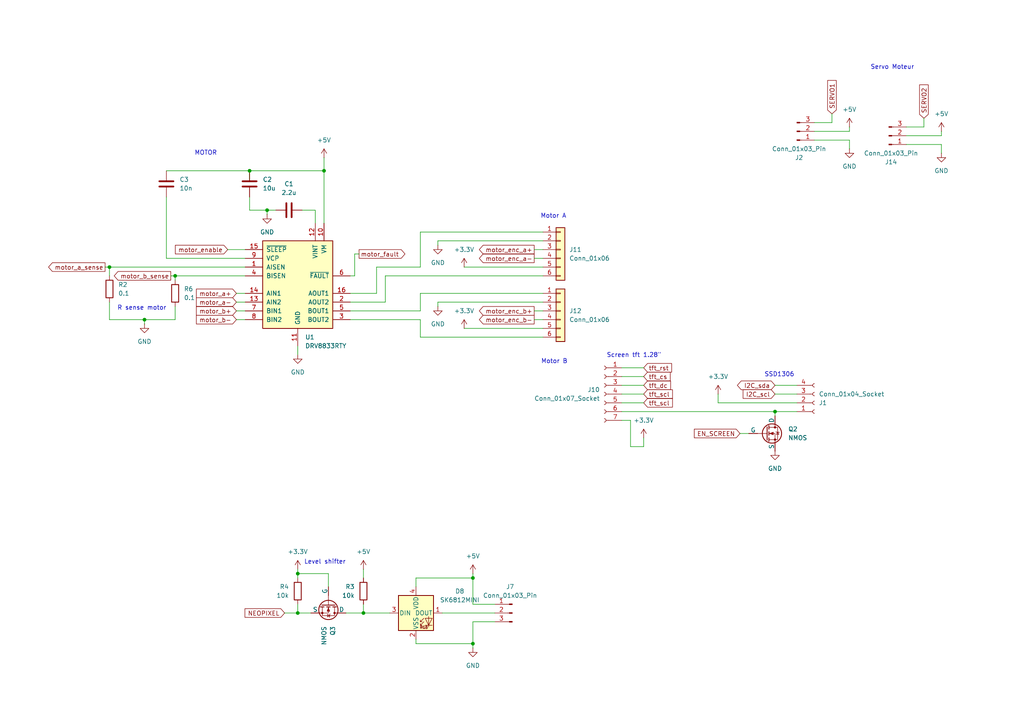
<source format=kicad_sch>
(kicad_sch (version 20250114) (generator "eeschema") (generator_version "9.0")
  (paper "A4")
  (lib_symbols
    (symbol "Connector:Conn_01x03_Pin" (pin_names (offset 1.016) (hide yes))
      (property "Reference" "J" (at 0 5.08 0))
      (property "Value" "Conn_01x03_Pin" (at 0 -5.08 0))
      (symbol "Conn_01x03_Pin_1_1"
        (rectangle (start 0.8636 2.667) (end 0 2.413) (stroke (width 0.1524)) (fill (type outline)))
        (rectangle (start 0.8636 0.127) (end 0 -0.127) (stroke (width 0.1524)) (fill (type outline)))
        (rectangle (start 0.8636 -2.413) (end 0 -2.667) (stroke (width 0.1524)) (fill (type outline)))
        (polyline (pts (xy 1.27 2.54) (xy 0.8636 2.54)) (stroke (width 0.1524)))
        (polyline (pts (xy 1.27 0) (xy 0.8636 0)) (stroke (width 0.1524)))
        (polyline (pts (xy 1.27 -2.54) (xy 0.8636 -2.54)) (stroke (width 0.1524)))
        (pin passive line (at 5.08 2.54 180) (length 3.81) (name "Pin_1") (number "1"))
        (pin passive line (at 5.08 0 180) (length 3.81) (name "Pin_2") (number "2"))
        (pin passive line (at 5.08 -2.54 180) (length 3.81) (name "Pin_3") (number "3"))
      )
    )
    (symbol "Connector:Conn_01x04_Socket" (pin_names (offset 1.016) (hide yes))
      (property "Reference" "J" (at 0 5.08 0))
      (property "Value" "Conn_01x04_Socket" (at 0 -7.62 0))
      (symbol "Conn_01x04_Socket_1_1"
        (polyline (pts (xy -1.27 2.54) (xy -0.508 2.54)) (stroke (width 0.1524)))
        (polyline (pts (xy -1.27 0) (xy -0.508 0)) (stroke (width 0.1524)))
        (polyline (pts (xy -1.27 -2.54) (xy -0.508 -2.54)) (stroke (width 0.1524)))
        (polyline (pts (xy -1.27 -5.08) (xy -0.508 -5.08)) (stroke (width 0.1524)))
        (arc (start 0 2.032) (mid -0.5058 2.54) (end 0 3.048) (stroke (width 0.1524)))
        (arc (start 0 -0.508) (mid -0.5058 0) (end 0 0.508) (stroke (width 0.1524)))
        (arc (start 0 -3.048) (mid -0.5058 -2.54) (end 0 -2.032) (stroke (width 0.1524)))
        (arc (start 0 -5.588) (mid -0.5058 -5.08) (end 0 -4.572) (stroke (width 0.1524)))
        (pin passive line (at -5.08 2.54 0) (length 3.81) (name "Pin_1") (number "1"))
        (pin passive line (at -5.08 0 0) (length 3.81) (name "Pin_2") (number "2"))
        (pin passive line (at -5.08 -2.54 0) (length 3.81) (name "Pin_3") (number "3"))
        (pin passive line (at -5.08 -5.08 0) (length 3.81) (name "Pin_4") (number "4"))
      )
    )
    (symbol "Connector:Conn_01x07_Socket" (pin_names (offset 1.016) (hide yes))
      (property "Reference" "J" (at 0 10.16 0))
      (property "Value" "Conn_01x07_Socket" (at 0 -10.16 0))
      (symbol "Conn_01x07_Socket_1_1"
        (polyline (pts (xy -1.27 7.62) (xy -0.508 7.62)) (stroke (width 0.1524)))
        (polyline (pts (xy -1.27 5.08) (xy -0.508 5.08)) (stroke (width 0.1524)))
        (polyline (pts (xy -1.27 2.54) (xy -0.508 2.54)) (stroke (width 0.1524)))
        (polyline (pts (xy -1.27 0) (xy -0.508 0)) (stroke (width 0.1524)))
        (polyline (pts (xy -1.27 -2.54) (xy -0.508 -2.54)) (stroke (width 0.1524)))
        (polyline (pts (xy -1.27 -5.08) (xy -0.508 -5.08)) (stroke (width 0.1524)))
        (polyline (pts (xy -1.27 -7.62) (xy -0.508 -7.62)) (stroke (width 0.1524)))
        (arc (start 0 7.112) (mid -0.5058 7.62) (end 0 8.128) (stroke (width 0.1524)))
        (arc (start 0 4.572) (mid -0.5058 5.08) (end 0 5.588) (stroke (width 0.1524)))
        (arc (start 0 2.032) (mid -0.5058 2.54) (end 0 3.048) (stroke (width 0.1524)))
        (arc (start 0 -0.508) (mid -0.5058 0) (end 0 0.508) (stroke (width 0.1524)))
        (arc (start 0 -3.048) (mid -0.5058 -2.54) (end 0 -2.032) (stroke (width 0.1524)))
        (arc (start 0 -5.588) (mid -0.5058 -5.08) (end 0 -4.572) (stroke (width 0.1524)))
        (arc (start 0 -8.128) (mid -0.5058 -7.62) (end 0 -7.112) (stroke (width 0.1524)))
        (pin passive line (at -5.08 7.62 0) (length 3.81) (name "Pin_1") (number "1"))
        (pin passive line (at -5.08 5.08 0) (length 3.81) (name "Pin_2") (number "2"))
        (pin passive line (at -5.08 2.54 0) (length 3.81) (name "Pin_3") (number "3"))
        (pin passive line (at -5.08 0 0) (length 3.81) (name "Pin_4") (number "4"))
        (pin passive line (at -5.08 -2.54 0) (length 3.81) (name "Pin_5") (number "5"))
        (pin passive line (at -5.08 -5.08 0) (length 3.81) (name "Pin_6") (number "6"))
        (pin passive line (at -5.08 -7.62 0) (length 3.81) (name "Pin_7") (number "7"))
      )
    )
    (symbol "Connector_Generic:Conn_01x06" (pin_names (offset 1.016) (hide yes))
      (property "Reference" "J" (at 0 7.62 0))
      (property "Value" "Conn_01x06" (at 0 -10.16 0))
      (symbol "Conn_01x06_1_1"
        (rectangle (start -1.27 6.35) (end 1.27 -8.89) (stroke (width 0.254)) (fill (type background)))
        (rectangle (start -1.27 5.207) (end 0 4.953) (stroke (width 0.1524)))
        (rectangle (start -1.27 2.667) (end 0 2.413) (stroke (width 0.1524)))
        (rectangle (start -1.27 0.127) (end 0 -0.127) (stroke (width 0.1524)))
        (rectangle (start -1.27 -2.413) (end 0 -2.667) (stroke (width 0.1524)))
        (rectangle (start -1.27 -4.953) (end 0 -5.207) (stroke (width 0.1524)))
        (rectangle (start -1.27 -7.493) (end 0 -7.747) (stroke (width 0.1524)))
        (pin passive line (at -5.08 5.08 0) (length 3.81) (name "Pin_1") (number "1"))
        (pin passive line (at -5.08 2.54 0) (length 3.81) (name "Pin_2") (number "2"))
        (pin passive line (at -5.08 0 0) (length 3.81) (name "Pin_3") (number "3"))
        (pin passive line (at -5.08 -2.54 0) (length 3.81) (name "Pin_4") (number "4"))
        (pin passive line (at -5.08 -5.08 0) (length 3.81) (name "Pin_5") (number "5"))
        (pin passive line (at -5.08 -7.62 0) (length 3.81) (name "Pin_6") (number "6"))
      )
    )
    (symbol "Device:C" (pin_numbers (hide yes)) (pin_names (offset 0.254))
      (property "Reference" "C" (at 0.635 2.54 0))
      (property "Value" "C" (at 0.635 -2.54 0))
      (symbol "C_0_1"
        (polyline (pts (xy -2.032 0.762) (xy 2.032 0.762)) (stroke (width 0.508)))
        (polyline (pts (xy -2.032 -0.762) (xy 2.032 -0.762)) (stroke (width 0.508)))
      )
      (symbol "C_1_1"
        (pin passive line (at 0 3.81 270) (length 2.794) (name "~") (number "1"))
        (pin passive line (at 0 -3.81 90) (length 2.794) (name "~") (number "2"))
      )
    )
    (symbol "Device:R" (pin_numbers (hide yes)) (pin_names (offset 0))
      (property "Reference" "R" (at 2.032 0 90))
      (property "Value" "R" (at 0 0 90))
      (symbol "R_0_1"
        (rectangle (start -1.016 -2.54) (end 1.016 2.54) (stroke (width 0.254)))
      )
      (symbol "R_1_1"
        (pin passive line (at 0 3.81 270) (length 1.27) (name "~") (number "1"))
        (pin passive line (at 0 -3.81 90) (length 1.27) (name "~") (number "2"))
      )
    )
    (symbol "Driver_Motor:DRV8833RTY" (pin_names (offset 1.016))
      (property "Reference" "U" (at -3.81 16.51 0))
      (property "Value" "DRV8833RTY" (at -3.81 13.97 0))
      (symbol "DRV8833RTY_0_1"
        (rectangle (start -10.16 12.7) (end 10.16 -12.7) (stroke (width 0.254)) (fill (type background)))
      )
      (symbol "DRV8833RTY_1_1"
        (pin input line (at -15.24 10.16 0) (length 5.08) (name "~{SLEEP}") (number "15"))
        (pin bidirectional line (at -15.24 7.62 0) (length 5.08) (name "VCP") (number "9"))
        (pin bidirectional line (at -15.24 5.08 0) (length 5.08) (name "AISEN") (number "1"))
        (pin bidirectional line (at -15.24 2.54 0) (length 5.08) (name "BISEN") (number "4"))
        (pin input line (at -15.24 -2.54 0) (length 5.08) (name "AIN1") (number "14"))
        (pin input line (at -15.24 -5.08 0) (length 5.08) (name "AIN2") (number "13"))
        (pin input line (at -15.24 -7.62 0) (length 5.08) (name "BIN1") (number "7"))
        (pin input line (at -15.24 -10.16 0) (length 5.08) (name "BIN2") (number "8"))
        (pin power_in line (at 0 -17.78 90) (length 5.08) (name "GND") (number "11"))
        (pin passive line (at 0 -17.78 90) (length 5.08) (hide yes) (name "GND") (number "17"))
        (pin power_in line (at 5.08 17.78 270) (length 5.08) (name "VINT") (number "12"))
        (pin power_in line (at 7.62 17.78 270) (length 5.08) (name "VM") (number "10"))
        (pin open_collector line (at 15.24 2.54 180) (length 5.08) (name "~{FAULT}") (number "6"))
        (pin power_out line (at 15.24 -2.54 180) (length 5.08) (name "AOUT1") (number "16"))
        (pin power_out line (at 15.24 -5.08 180) (length 5.08) (name "AOUT2") (number "2"))
        (pin power_out line (at 15.24 -7.62 180) (length 5.08) (name "BOUT1") (number "5"))
        (pin power_out line (at 15.24 -10.16 180) (length 5.08) (name "BOUT2") (number "3"))
      )
    )
    (symbol "LED:SK6812MINI" (pin_names (offset 0.254))
      (property "Reference" "D" (at 5.08 5.715 0))
      (property "Value" "SK6812MINI" (at 1.27 -5.715 0))
      (symbol "SK6812MINI_0_0"
        (text "RGB" (at 2.286 -4.191 0) (effects (font (size 0.762 0.762))))
      )
      (symbol "SK6812MINI_0_1"
        (polyline (pts (xy 1.27 -2.54) (xy 1.778 -2.54)))
        (polyline (pts (xy 1.27 -3.556) (xy 1.778 -3.556)))
        (polyline (pts (xy 2.286 -1.524) (xy 1.27 -2.54) (xy 1.27 -2.032)))
        (polyline (pts (xy 2.286 -2.54) (xy 1.27 -3.556) (xy 1.27 -3.048)))
        (polyline (pts (xy 3.683 -1.016) (xy 3.683 -3.556) (xy 3.683 -4.064)))
        (polyline (pts (xy 4.699 -1.524) (xy 2.667 -1.524) (xy 3.683 -3.556) (xy 4.699 -1.524)))
        (polyline (pts (xy 4.699 -3.556) (xy 2.667 -3.556)))
        (rectangle (start 5.08 5.08) (end -5.08 -5.08) (stroke (width 0.254)) (fill (type background)))
      )
      (symbol "SK6812MINI_1_1"
        (pin input line (at -7.62 0 0) (length 2.54) (name "DIN") (number "3"))
        (pin power_in line (at 0 7.62 270) (length 2.54) (name "VDD") (number "4"))
        (pin power_in line (at 0 -7.62 90) (length 2.54) (name "VSS") (number "2"))
        (pin output line (at 7.62 0 180) (length 2.54) (name "DOUT") (number "1"))
      )
    )
    (symbol "Simulation_SPICE:NMOS" (pin_numbers (hide yes)) (pin_names (offset 0))
      (property "Reference" "Q" (at 5.08 1.27 0))
      (property "Value" "NMOS" (at 5.08 -1.27 0))
      (symbol "NMOS_0_1"
        (polyline (pts (xy 0.254 1.905) (xy 0.254 -1.905)) (stroke (width 0.254)))
        (polyline (pts (xy 0.254 0) (xy -2.54 0)))
        (polyline (pts (xy 0.762 2.286) (xy 0.762 1.27)) (stroke (width 0.254)))
        (polyline (pts (xy 0.762 0.508) (xy 0.762 -0.508)) (stroke (width 0.254)))
        (polyline (pts (xy 0.762 -1.27) (xy 0.762 -2.286)) (stroke (width 0.254)))
        (polyline (pts (xy 0.762 -1.778) (xy 3.302 -1.778) (xy 3.302 1.778) (xy 0.762 1.778)))
        (polyline (pts (xy 1.016 0) (xy 2.032 0.381) (xy 2.032 -0.381) (xy 1.016 0)) (fill (type outline)))
        (circle (center 1.651 0) (radius 2.794) (stroke (width 0.254)))
        (polyline (pts (xy 2.54 2.54) (xy 2.54 1.778)))
        (circle (center 2.54 1.778) (radius 0.254) (fill (type outline)))
        (circle (center 2.54 -1.778) (radius 0.254) (fill (type outline)))
        (polyline (pts (xy 2.54 -2.54) (xy 2.54 0) (xy 0.762 0)))
        (polyline (pts (xy 2.794 0.508) (xy 2.921 0.381) (xy 3.683 0.381) (xy 3.81 0.254)))
        (polyline (pts (xy 3.302 0.381) (xy 2.921 -0.254) (xy 3.683 -0.254) (xy 3.302 0.381)))
      )
      (symbol "NMOS_1_1"
        (pin input line (at -5.08 0 0) (length 2.54) (name "G") (number "2"))
        (pin passive line (at 2.54 5.08 270) (length 2.54) (name "D") (number "1"))
        (pin passive line (at 2.54 -5.08 90) (length 2.54) (name "S") (number "3"))
      )
    )
    (symbol "power:+3.3V" (power) (pin_numbers (hide yes)) (pin_names (offset 0) (hide yes))
      (property "Value" "+3.3V" (at 0 3.556 0))
      (symbol "+3.3V_0_1"
        (polyline (pts (xy -0.762 1.27) (xy 0 2.54)))
        (polyline (pts (xy 0 2.54) (xy 0.762 1.27)))
        (polyline (pts (xy 0 0) (xy 0 2.54)))
      )
      (symbol "+3.3V_1_1"
        (pin power_in line (at 0 0 90) (length 0) (name "~") (number "1"))
      )
    )
    (symbol "power:+5V" (power) (pin_numbers (hide yes)) (pin_names (offset 0) (hide yes))
      (property "Value" "+5V" (at 0 3.556 0))
      (symbol "+5V_0_1"
        (polyline (pts (xy -0.762 1.27) (xy 0 2.54)))
        (polyline (pts (xy 0 2.54) (xy 0.762 1.27)))
        (polyline (pts (xy 0 0) (xy 0 2.54)))
      )
      (symbol "+5V_1_1"
        (pin power_in line (at 0 0 90) (length 0) (name "~") (number "1"))
      )
    )
    (symbol "power:GND" (power) (pin_numbers (hide yes)) (pin_names (offset 0) (hide yes))
      (property "Value" "GND" (at 0 -3.81 0))
      (symbol "GND_0_1"
        (polyline (pts (xy 0 0) (xy 0 -1.27) (xy 1.27 -1.27) (xy 0 -2.54) (xy -1.27 -1.27) (xy 0 -1.27)))
      )
      (symbol "GND_1_1"
        (pin power_in line (at 0 0 270) (length 0) (name "~") (number "1"))
      )
    )
  )
  (text "R sense motor\n" (at 41.148 89.408 0) (effects (font (size 1.27 1.27))))
  (text "MOTOR\n" (at 59.69 44.45 0) (effects (font (size 1.27 1.27))))
  (text "Motor B\n" (at 160.782 104.902 0) (effects (font (size 1.27 1.27))))
  (text "Screen tft 1.28\"\n" (at 183.896 103.124 0) (effects (font (size 1.27 1.27))))
  (text "SSD1306\n" (at 226.06 108.712 0) (effects (font (size 1.27 1.27))))
  (text "Level shifter \n" (at 94.742 163.068 0) (effects (font (size 1.27 1.27))))
  (text "Motor A\n" (at 160.528 62.738 0) (effects (font (size 1.27 1.27))))
  (text "Servo Moteur\n" (at 258.826 19.558 0) (effects (font (size 1.27 1.27))))
  (junction (at 77.47 60.96))
  (junction (at 93.98 49.53))
  (junction (at 137.16 186.69))
  (junction (at 86.36 177.8))
  (junction (at 31.75 77.47))
  (junction (at 41.91 92.71))
  (junction (at 105.41 177.8))
  (junction (at 86.36 166.37))
  (junction (at 72.39 49.53))
  (junction (at 50.8 80.01))
  (junction (at 137.16 167.64))
  (junction (at 224.79 119.38))
  (wire (pts (xy 180.34 116.84) (xy 186.69 116.84)))
  (wire (pts (xy 208.28 116.84) (xy 231.14 116.84)))
  (wire (pts (xy 241.3 35.56) (xy 236.22 35.56)))
  (wire (pts (xy 154.94 72.39) (xy 157.48 72.39)))
  (wire (pts (xy 224.79 111.76) (xy 231.14 111.76)))
  (wire (pts (xy 95.25 166.37) (xy 86.36 166.37)))
  (wire (pts (xy 208.28 114.3) (xy 208.28 116.84)))
  (wire (pts (xy 120.65 167.64) (xy 137.16 167.64)))
  (wire (pts (xy 241.3 33.02) (xy 241.3 35.56)))
  (wire (pts (xy 50.8 80.01) (xy 71.12 80.01)))
  (wire (pts (xy 157.48 69.85) (xy 127 69.85)))
  (wire (pts (xy 182.88 121.92) (xy 182.88 129.54)))
  (wire (pts (xy 31.75 77.47) (xy 31.75 80.01)))
  (wire (pts (xy 262.89 41.91) (xy 273.05 41.91)))
  (wire (pts (xy 72.39 49.53) (xy 93.98 49.53)))
  (wire (pts (xy 214.63 125.73) (xy 217.17 125.73)))
  (wire (pts (xy 180.34 109.22) (xy 186.69 109.22)))
  (wire (pts (xy 102.87 80.01) (xy 101.6 80.01)))
  (wire (pts (xy 236.22 40.64) (xy 246.38 40.64)))
  (wire (pts (xy 121.92 90.17) (xy 121.92 85.09)))
  (wire (pts (xy 111.76 80.01) (xy 157.48 80.01)))
  (wire (pts (xy 31.75 92.71) (xy 41.91 92.71)))
  (wire (pts (xy 68.58 92.71) (xy 71.12 92.71)))
  (wire (pts (xy 121.92 67.31) (xy 121.92 77.47)))
  (wire (pts (xy 101.6 90.17) (xy 121.92 90.17)))
  (wire (pts (xy 93.98 49.53) (xy 93.98 64.77)))
  (wire (pts (xy 102.87 73.66) (xy 102.87 80.01)))
  (wire (pts (xy 109.22 85.09) (xy 109.22 77.47)))
  (wire (pts (xy 134.62 77.47) (xy 157.48 77.47)))
  (wire (pts (xy 127 87.63) (xy 127 88.9)))
  (wire (pts (xy 273.05 38.1) (xy 273.05 39.37)))
  (wire (pts (xy 137.16 175.26) (xy 143.51 175.26)))
  (wire (pts (xy 111.76 87.63) (xy 111.76 80.01)))
  (wire (pts (xy 273.05 39.37) (xy 262.89 39.37)))
  (wire (pts (xy 31.75 77.47) (xy 71.12 77.47)))
  (wire (pts (xy 50.8 80.01) (xy 50.8 81.28)))
  (wire (pts (xy 91.44 60.96) (xy 87.63 60.96)))
  (wire (pts (xy 72.39 57.15) (xy 72.39 60.96)))
  (wire (pts (xy 82.55 177.8) (xy 86.36 177.8)))
  (wire (pts (xy 101.6 92.71) (xy 121.92 92.71)))
  (wire (pts (xy 157.48 87.63) (xy 127 87.63)))
  (wire (pts (xy 80.01 60.96) (xy 77.47 60.96)))
  (wire (pts (xy 105.41 177.8) (xy 105.41 175.26)))
  (wire (pts (xy 86.36 100.33) (xy 86.36 102.87)))
  (wire (pts (xy 120.65 167.64) (xy 120.65 170.18)))
  (wire (pts (xy 224.79 119.38) (xy 231.14 119.38)))
  (wire (pts (xy 137.16 166.37) (xy 137.16 167.64)))
  (wire (pts (xy 49.53 80.01) (xy 50.8 80.01)))
  (wire (pts (xy 31.75 87.63) (xy 31.75 92.71)))
  (wire (pts (xy 105.41 165.1) (xy 105.41 167.64)))
  (wire (pts (xy 267.97 36.83) (xy 262.89 36.83)))
  (wire (pts (xy 157.48 67.31) (xy 121.92 67.31)))
  (wire (pts (xy 180.34 114.3) (xy 186.69 114.3)))
  (wire (pts (xy 137.16 186.69) (xy 120.65 186.69)))
  (wire (pts (xy 180.34 106.68) (xy 186.69 106.68)))
  (wire (pts (xy 77.47 60.96) (xy 77.47 62.23)))
  (wire (pts (xy 68.58 87.63) (xy 71.12 87.63)))
  (wire (pts (xy 104.14 73.66) (xy 102.87 73.66)))
  (wire (pts (xy 224.79 120.65) (xy 224.79 119.38)))
  (wire (pts (xy 246.38 40.64) (xy 246.38 43.18)))
  (wire (pts (xy 72.39 49.53) (xy 72.39 52.07)))
  (wire (pts (xy 121.92 92.71) (xy 121.92 97.79)))
  (wire (pts (xy 273.05 41.91) (xy 273.05 44.45)))
  (wire (pts (xy 100.33 177.8) (xy 105.41 177.8)))
  (wire (pts (xy 186.69 127) (xy 186.69 129.54)))
  (wire (pts (xy 105.41 177.8) (xy 113.03 177.8)))
  (wire (pts (xy 127 69.85) (xy 127 71.12)))
  (wire (pts (xy 41.91 92.71) (xy 41.91 93.98)))
  (wire (pts (xy 121.92 97.79) (xy 157.48 97.79)))
  (wire (pts (xy 50.8 92.71) (xy 50.8 88.9)))
  (wire (pts (xy 154.94 92.71) (xy 157.48 92.71)))
  (wire (pts (xy 137.16 167.64) (xy 137.16 175.26)))
  (wire (pts (xy 182.88 129.54) (xy 186.69 129.54)))
  (wire (pts (xy 180.34 111.76) (xy 186.69 111.76)))
  (wire (pts (xy 68.58 85.09) (xy 71.12 85.09)))
  (wire (pts (xy 246.38 38.1) (xy 236.22 38.1)))
  (wire (pts (xy 86.36 165.1) (xy 86.36 166.37)))
  (wire (pts (xy 154.94 74.93) (xy 157.48 74.93)))
  (wire (pts (xy 101.6 87.63) (xy 111.76 87.63)))
  (wire (pts (xy 137.16 187.96) (xy 137.16 186.69)))
  (wire (pts (xy 180.34 119.38) (xy 224.79 119.38)))
  (wire (pts (xy 41.91 92.71) (xy 50.8 92.71)))
  (wire (pts (xy 180.34 121.92) (xy 182.88 121.92)))
  (wire (pts (xy 86.36 177.8) (xy 86.36 175.26)))
  (wire (pts (xy 134.62 95.25) (xy 157.48 95.25)))
  (wire (pts (xy 246.38 36.83) (xy 246.38 38.1)))
  (wire (pts (xy 101.6 85.09) (xy 109.22 85.09)))
  (wire (pts (xy 66.04 72.39) (xy 71.12 72.39)))
  (wire (pts (xy 267.97 34.29) (xy 267.97 36.83)))
  (wire (pts (xy 72.39 60.96) (xy 77.47 60.96)))
  (wire (pts (xy 109.22 77.47) (xy 121.92 77.47)))
  (wire (pts (xy 95.25 170.18) (xy 95.25 166.37)))
  (wire (pts (xy 143.51 177.8) (xy 128.27 177.8)))
  (wire (pts (xy 48.26 49.53) (xy 72.39 49.53)))
  (wire (pts (xy 137.16 186.69) (xy 137.16 180.34)))
  (wire (pts (xy 143.51 180.34) (xy 137.16 180.34)))
  (wire (pts (xy 68.58 90.17) (xy 71.12 90.17)))
  (wire (pts (xy 91.44 64.77) (xy 91.44 60.96)))
  (wire (pts (xy 154.94 90.17) (xy 157.48 90.17)))
  (wire (pts (xy 121.92 85.09) (xy 157.48 85.09)))
  (wire (pts (xy 86.36 166.37) (xy 86.36 167.64)))
  (wire (pts (xy 30.48 77.47) (xy 31.75 77.47)))
  (wire (pts (xy 93.98 45.72) (xy 93.98 49.53)))
  (wire (pts (xy 48.26 57.15) (xy 48.26 74.93)))
  (wire (pts (xy 224.79 114.3) (xy 231.14 114.3)))
  (wire (pts (xy 48.26 74.93) (xy 71.12 74.93)))
  (wire (pts (xy 90.17 177.8) (xy 86.36 177.8)))
  (wire (pts (xy 120.65 185.42) (xy 120.65 186.69)))
  (global_label "motor_b-" (shape input) (at 68.58 92.71 180) (property "Intersheetrefs" "${INTERSHEET_REFS}" (effects (hide yes))))
  (global_label "motor_a_sense" (shape output) (at 30.48 77.47 180) (property "Intersheetrefs" "${INTERSHEET_REFS}" (effects (hide yes))))
  (global_label "motor_a-" (shape input) (at 68.58 87.63 180) (property "Intersheetrefs" "${INTERSHEET_REFS}" (effects (hide yes))))
  (global_label "NEOPIXEL" (shape input) (at 82.55 177.8 180) (property "Intersheetrefs" "${INTERSHEET_REFS}" (effects (hide yes))))
  (global_label "SERVO1" (shape input) (at 241.3 33.02 90) (property "Intersheetrefs" "${INTERSHEET_REFS}" (effects (hide yes))))
  (global_label "I2C_scl" (shape input) (at 224.79 114.3 180) (property "Intersheetrefs" "${INTERSHEET_REFS}" (effects (hide yes))))
  (global_label "motor_enc_a+" (shape output) (at 154.94 72.39 180) (property "Intersheetrefs" "${INTERSHEET_REFS}" (effects (hide yes))))
  (global_label "motor_a+" (shape input) (at 68.58 85.09 180) (property "Intersheetrefs" "${INTERSHEET_REFS}" (effects (hide yes))))
  (global_label "motor_enc_a-" (shape output) (at 154.94 74.93 180) (property "Intersheetrefs" "${INTERSHEET_REFS}" (effects (hide yes))))
  (global_label "EN_SCREEN" (shape input) (at 214.63 125.73 180) (property "Intersheetrefs" "${INTERSHEET_REFS}" (effects (hide yes))))
  (global_label "tft_scl" (shape input) (at 186.69 116.84 0) (property "Intersheetrefs" "${INTERSHEET_REFS}" (effects (hide yes))))
  (global_label "tft_dc" (shape input) (at 186.69 111.76 0) (property "Intersheetrefs" "${INTERSHEET_REFS}" (effects (hide yes))))
  (global_label "motor_enc_b-" (shape output) (at 154.94 92.71 180) (property "Intersheetrefs" "${INTERSHEET_REFS}" (effects (hide yes))))
  (global_label "motor_b+" (shape input) (at 68.58 90.17 180) (property "Intersheetrefs" "${INTERSHEET_REFS}" (effects (hide yes))))
  (global_label "motor_b_sense" (shape output) (at 49.53 80.01 180) (property "Intersheetrefs" "${INTERSHEET_REFS}" (effects (hide yes))))
  (global_label "motor_fault" (shape output) (at 104.14 73.66 0) (property "Intersheetrefs" "${INTERSHEET_REFS}" (effects (hide yes))))
  (global_label "tft_scl" (shape input) (at 186.69 114.3 0) (property "Intersheetrefs" "${INTERSHEET_REFS}" (effects (hide yes))))
  (global_label "motor_enable" (shape input) (at 66.04 72.39 180) (property "Intersheetrefs" "${INTERSHEET_REFS}" (effects (hide yes))))
  (global_label "tft_rst" (shape input) (at 186.69 106.68 0) (property "Intersheetrefs" "${INTERSHEET_REFS}" (effects (hide yes))))
  (global_label "tft_cs" (shape input) (at 186.69 109.22 0) (property "Intersheetrefs" "${INTERSHEET_REFS}" (effects (hide yes))))
  (global_label "motor_enc_b+" (shape output) (at 154.94 90.17 180) (property "Intersheetrefs" "${INTERSHEET_REFS}" (effects (hide yes))))
  (global_label "SERVO2" (shape input) (at 267.97 34.29 90) (property "Intersheetrefs" "${INTERSHEET_REFS}" (effects (hide yes))))
  (global_label "I2C_sda" (shape bidirectional) (at 224.79 111.76 180) (property "Intersheetrefs" "${INTERSHEET_REFS}" (effects (hide yes))))
  (symbol (lib_id "power:+3.3V") (at 186.69 127 0) (unit 1)
    (property "Reference" "#PWR024" (effects (hide yes)))
    (property "Value" "+3.3V" (at 186.69 121.92 0))
    (property "Description" "Power symbol creates a global label with name \"+3.3V\"" (effects (hide yes)))
  )
  (symbol (lib_id "Connector:Conn_01x03_Pin") (at 231.14 38.1 0) (mirror x) (unit 1)
    (property "Reference" "J2" (at 231.775 45.72 0))
    (property "Value" "Conn_01x03_Pin" (at 231.775 43.18 0))
    (property "Footprint" "Connector_PinHeader_2.54mm:PinHeader_1x03_P2.54mm_Vertical" (effects (hide yes)))
    (property "Description" "Generic connector, single row, 01x03, script generated" (effects (hide yes)))
  )
  (symbol (lib_id "power:GND") (at 137.16 187.96 0) (mirror y) (unit 1)
    (property "Reference" "#PWR020" (effects (hide yes)))
    (property "Value" "GND" (at 137.16 193.04 0))
    (property "Description" "Power symbol creates a global label with name \"GND\" , ground" (effects (hide yes)))
  )
  (symbol (lib_id "LED:SK6812MINI") (at 120.65 177.8 0) (unit 1)
    (property "Reference" "D8" (at 133.35 171.4814 0))
    (property "Value" "SK6812MINI" (at 133.35 174.0214 0))
    (property "Footprint" "LED_SMD:LED_SK6812MINI_PLCC4_3.5x3.5mm_P1.75mm" (effects (hide yes)))
    (property "Datasheet" "https://cdn-shop.adafruit.com/product-files/2686/SK6812MINI_REV.01-1-2.pdf" (effects (hide yes)))
    (property "Description" "RGB LED with integrated controller" (effects (hide yes)))
  )
  (symbol (lib_id "power:+3.3V") (at 134.62 95.25 0) (unit 1)
    (property "Reference" "#PWR027" (effects (hide yes)))
    (property "Value" "+3.3V" (at 134.62 90.17 0))
    (property "Description" "Power symbol creates a global label with name \"+3.3V\"" (effects (hide yes)))
  )
  (symbol (lib_id "Connector_Generic:Conn_01x06") (at 162.56 72.39 0) (unit 1)
    (property "Reference" "J11" (at 165.1 72.3899 0) (effects (justify left)))
    (property "Value" "Conn_01x06" (at 165.1 74.9299 0) (effects (justify left)))
    (property "Footprint" "Connector_JST:JST_PH_B6B-PH-K_1x06_P2.00mm_Vertical" (effects (hide yes)))
    (property "Description" "Generic connector, single row, 01x06, script generated (kicad-library-utils/schlib/autogen/connector/)" (effects (hide yes)))
  )
  (symbol (lib_id "power:GND") (at 41.91 93.98 0) (unit 1)
    (property "Reference" "#PWR017" (effects (hide yes)))
    (property "Value" "GND" (at 41.91 99.06 0))
    (property "Description" "Power symbol creates a global label with name \"GND\" , ground" (effects (hide yes)))
  )
  (symbol (lib_id "Device:R") (at 105.41 171.45 0) (mirror y) (unit 1)
    (property "Reference" "R3" (at 102.87 170.1799 0) (effects (justify left)))
    (property "Value" "10k" (at 102.87 172.7199 0) (effects (justify left)))
    (property "Footprint" "Resistor_SMD:R_0805_2012Metric_Pad1.20x1.40mm_HandSolder" (effects (hide yes)))
    (property "Description" "Resistor" (effects (hide yes)))
  )
  (symbol (lib_id "Driver_Motor:DRV8833RTY") (at 86.36 82.55 0) (unit 1)
    (property "Reference" "U1" (at 88.5033 97.79 0) (effects (justify left)))
    (property "Value" "DRV8833RTY" (at 88.5033 100.33 0) (effects (justify left)))
    (property "Footprint" "Package_DFN_QFN:Texas_RTY_WQFN-16-1EP_4x4mm_P0.65mm_EP2.1x2.1mm_ThermalVias" (effects (hide yes)))
    (property "Datasheet" "http://www.ti.com/lit/ds/symlink/drv8833.pdf" (effects (hide yes)))
    (property "Description" "Dual H-Bridge Motor Driver, WQFN-16" (effects (hide yes)))
  )
  (symbol (lib_id "power:GND") (at 127 88.9 0) (unit 1)
    (property "Reference" "#PWR026" (effects (hide yes)))
    (property "Value" "GND" (at 127 93.98 0))
    (property "Description" "Power symbol creates a global label with name \"GND\" , ground" (effects (hide yes)))
  )
  (symbol (lib_id "power:GND") (at 86.36 102.87 0) (unit 1)
    (property "Reference" "#PWR07" (effects (hide yes)))
    (property "Value" "GND" (at 86.36 107.95 0))
    (property "Description" "Power symbol creates a global label with name \"GND\" , ground" (effects (hide yes)))
  )
  (symbol (lib_id "power:+5V") (at 137.16 166.37 0) (mirror y) (unit 1)
    (property "Reference" "#PWR021" (effects (hide yes)))
    (property "Value" "+5V" (at 137.16 161.29 0))
    (property "Description" "Power symbol creates a global label with name \"+5V\"" (effects (hide yes)))
  )
  (symbol (lib_id "power:GND") (at 246.38 43.18 0) (unit 1)
    (property "Reference" "#PWR010" (effects (hide yes)))
    (property "Value" "GND" (at 246.38 48.26 0))
    (property "Description" "Power symbol creates a global label with name \"GND\" , ground" (effects (hide yes)))
  )
  (symbol (lib_id "power:+5V") (at 93.98 45.72 0) (unit 1)
    (property "Reference" "#PWR08" (effects (hide yes)))
    (property "Value" "+5V" (at 93.98 40.64 0))
    (property "Description" "Power symbol creates a global label with name \"+5V\"" (effects (hide yes)))
  )
  (symbol (lib_id "power:GND") (at 224.79 130.81 0) (unit 1)
    (property "Reference" "#PWR01" (effects (hide yes)))
    (property "Value" "GND" (at 224.79 135.89 0))
    (property "Description" "Power symbol creates a global label with name \"GND\" , ground" (effects (hide yes)))
  )
  (symbol (lib_id "Device:R") (at 86.36 171.45 0) (mirror y) (unit 1)
    (property "Reference" "R4" (at 83.82 170.1799 0) (effects (justify left)))
    (property "Value" "10k" (at 83.82 172.7199 0) (effects (justify left)))
    (property "Footprint" "Resistor_SMD:R_0805_2012Metric_Pad1.20x1.40mm_HandSolder" (effects (hide yes)))
    (property "Description" "Resistor" (effects (hide yes)))
  )
  (symbol (lib_id "Device:C") (at 48.26 53.34 0) (unit 1)
    (property "Reference" "C3" (at 52.07 52.0699 0) (effects (justify left)))
    (property "Value" "10n" (at 52.07 54.6099 0) (effects (justify left)))
    (property "Footprint" "Capacitor_SMD:C_0805_2012Metric_Pad1.18x1.45mm_HandSolder" (effects (hide yes)))
    (property "Description" "Unpolarized capacitor" (effects (hide yes)))
  )
  (symbol (lib_id "power:+5V") (at 273.05 38.1 0) (unit 1)
    (property "Reference" "#PWR060" (effects (hide yes)))
    (property "Value" "+5V" (at 273.05 33.02 0))
    (property "Description" "Power symbol creates a global label with name \"+5V\"" (effects (hide yes)))
  )
  (symbol (lib_id "Simulation_SPICE:NMOS") (at 95.25 175.26 270) (unit 1)
    (property "Reference" "Q3" (at 96.5201 181.61 0) (effects (justify left)))
    (property "Value" "NMOS" (at 93.9801 181.61 0) (effects (justify left)))
    (property "Footprint" "CustomLibrary:SOT-23_Handsoldering_nchannel" (effects (hide yes)))
    (property "Datasheet" "https://ngspice.sourceforge.io/docs/ngspice-html-manual/manual.xhtml#cha_MOSFETs" (effects (hide yes)))
    (property "Description" "N-MOSFET transistor, drain/source/gate" (effects (hide yes)))
    (property "Sim.Device" "NMOS" (effects (hide yes)))
    (property "Sim.Type" "VDMOS" (effects (hide yes)))
    (property "Sim.Pins" "1=D 2=G 3=S" (effects (hide yes)))
  )
  (symbol (lib_id "Simulation_SPICE:NMOS") (at 222.25 125.73 0) (unit 1)
    (property "Reference" "Q2" (at 228.6 124.4599 0) (effects (justify left)))
    (property "Value" "NMOS" (at 228.6 126.9999 0) (effects (justify left)))
    (property "Footprint" "CustomLibrary:SOT-23_Handsoldering_nchannel" (effects (hide yes)))
    (property "Datasheet" "https://ngspice.sourceforge.io/docs/ngspice-html-manual/manual.xhtml#cha_MOSFETs" (effects (hide yes)))
    (property "Description" "N-MOSFET transistor, drain/source/gate" (effects (hide yes)))
    (property "Sim.Device" "NMOS" (effects (hide yes)))
    (property "Sim.Type" "VDMOS" (effects (hide yes)))
    (property "Sim.Pins" "1=D 2=G 3=S" (effects (hide yes)))
  )
  (symbol (lib_id "Connector:Conn_01x03_Pin") (at 148.59 177.8 0) (mirror y) (unit 1)
    (property "Reference" "J7" (at 147.955 170.18 0))
    (property "Value" "Conn_01x03_Pin" (at 147.955 172.72 0))
    (property "Footprint" "Connector_JST:JST_PH_B3B-PH-K_1x03_P2.00mm_Vertical" (effects (hide yes)))
    (property "Description" "Generic connector, single row, 01x03, script generated" (effects (hide yes)))
  )
  (symbol (lib_id "power:GND") (at 127 71.12 0) (unit 1)
    (property "Reference" "#PWR025" (effects (hide yes)))
    (property "Value" "GND" (at 127 76.2 0))
    (property "Description" "Power symbol creates a global label with name \"GND\" , ground" (effects (hide yes)))
  )
  (symbol (lib_id "power:+5V") (at 105.41 165.1 0) (mirror y) (unit 1)
    (property "Reference" "#PWR022" (effects (hide yes)))
    (property "Value" "+5V" (at 105.41 160.02 0))
    (property "Description" "Power symbol creates a global label with name \"+5V\"" (effects (hide yes)))
  )
  (symbol (lib_id "power:+3.3V") (at 134.62 77.47 0) (unit 1)
    (property "Reference" "#PWR028" (effects (hide yes)))
    (property "Value" "+3.3V" (at 134.62 72.39 0))
    (property "Description" "Power symbol creates a global label with name \"+3.3V\"" (effects (hide yes)))
  )
  (symbol (lib_id "Device:R") (at 50.8 85.09 180) (unit 1)
    (property "Reference" "R6" (at 53.34 83.8199 0) (effects (justify right)))
    (property "Value" "0.1" (at 53.34 86.3599 0) (effects (justify right)))
    (property "Footprint" "Resistor_SMD:R_0805_2012Metric_Pad1.20x1.40mm_HandSolder" (effects (hide yes)))
    (property "Description" "Resistor" (effects (hide yes)))
  )
  (symbol (lib_id "Connector:Conn_01x03_Pin") (at 257.81 39.37 0) (mirror x) (unit 1)
    (property "Reference" "J14" (at 258.445 46.99 0))
    (property "Value" "Conn_01x03_Pin" (at 258.445 44.45 0))
    (property "Footprint" "Connector_PinHeader_2.54mm:PinHeader_1x03_P2.54mm_Vertical" (effects (hide yes)))
    (property "Description" "Generic connector, single row, 01x03, script generated" (effects (hide yes)))
  )
  (symbol (lib_id "Device:C") (at 72.39 53.34 180) (unit 1)
    (property "Reference" "C2" (at 76.2 52.0699 0) (effects (justify right)))
    (property "Value" "10u" (at 76.2 54.6099 0) (effects (justify right)))
    (property "Footprint" "Capacitor_SMD:C_0805_2012Metric_Pad1.18x1.45mm_HandSolder" (effects (hide yes)))
    (property "Description" "Unpolarized capacitor" (effects (hide yes)))
  )
  (symbol (lib_id "Connector:Conn_01x07_Socket") (at 175.26 114.3 0) (mirror y) (unit 1)
    (property "Reference" "J10" (at 173.99 113.0299 0) (effects (justify left)))
    (property "Value" "Conn_01x07_Socket" (at 173.99 115.5699 0) (effects (justify left)))
    (property "Footprint" "Connector_PinHeader_2.54mm:PinHeader_1x07_P2.54mm_Vertical" (effects (hide yes)))
    (property "Description" "Generic connector, single row, 01x07, script generated" (effects (hide yes)))
  )
  (symbol (lib_id "power:GND") (at 77.47 62.23 0) (unit 1)
    (property "Reference" "#PWR016" (effects (hide yes)))
    (property "Value" "GND" (at 77.47 67.31 0))
    (property "Description" "Power symbol creates a global label with name \"GND\" , ground" (effects (hide yes)))
  )
  (symbol (lib_id "Device:C") (at 83.82 60.96 90) (unit 1)
    (property "Reference" "C1" (at 83.82 53.34 90))
    (property "Value" "2.2u" (at 83.82 55.88 90))
    (property "Footprint" "Capacitor_SMD:C_0805_2012Metric_Pad1.18x1.45mm_HandSolder" (effects (hide yes)))
    (property "Description" "Unpolarized capacitor" (effects (hide yes)))
  )
  (symbol (lib_id "Device:R") (at 31.75 83.82 180) (unit 1)
    (property "Reference" "R2" (at 34.29 82.5499 0) (effects (justify right)))
    (property "Value" "0.1" (at 34.29 85.0899 0) (effects (justify right)))
    (property "Footprint" "Resistor_SMD:R_0805_2012Metric_Pad1.20x1.40mm_HandSolder" (effects (hide yes)))
    (property "Description" "Resistor" (effects (hide yes)))
  )
  (symbol (lib_id "power:+3.3V") (at 208.28 114.3 0) (unit 1)
    (property "Reference" "#PWR02" (effects (hide yes)))
    (property "Value" "+3.3V" (at 208.28 109.22 0))
    (property "Description" "Power symbol creates a global label with name \"+3.3V\"" (effects (hide yes)))
  )
  (symbol (lib_id "power:+3.3V") (at 86.36 165.1 0) (mirror y) (unit 1)
    (property "Reference" "#PWR018" (effects (hide yes)))
    (property "Value" "+3.3V" (at 86.36 160.02 0))
    (property "Description" "Power symbol creates a global label with name \"+3.3V\"" (effects (hide yes)))
  )
  (symbol (lib_id "power:GND") (at 273.05 44.45 0) (unit 1)
    (property "Reference" "#PWR061" (effects (hide yes)))
    (property "Value" "GND" (at 273.05 49.53 0))
    (property "Description" "Power symbol creates a global label with name \"GND\" , ground" (effects (hide yes)))
  )
  (symbol (lib_id "Connector_Generic:Conn_01x06") (at 162.56 90.17 0) (unit 1)
    (property "Reference" "J12" (at 165.1 90.1699 0) (effects (justify left)))
    (property "Value" "Conn_01x06" (at 165.1 92.7099 0) (effects (justify left)))
    (property "Footprint" "Connector_JST:JST_PH_B6B-PH-K_1x06_P2.00mm_Vertical" (effects (hide yes)))
    (property "Description" "Generic connector, single row, 01x06, script generated (kicad-library-utils/schlib/autogen/connector/)" (effects (hide yes)))
  )
  (symbol (lib_id "power:+5V") (at 246.38 36.83 0) (unit 1)
    (property "Reference" "#PWR011" (effects (hide yes)))
    (property "Value" "+5V" (at 246.38 31.75 0))
    (property "Description" "Power symbol creates a global label with name \"+5V\"" (effects (hide yes)))
  )
  (symbol (lib_id "Connector:Conn_01x04_Socket") (at 236.22 116.84 0) (mirror x) (unit 1)
    (property "Reference" "J1" (at 237.49 116.8401 0) (effects (justify left)))
    (property "Value" "Conn_01x04_Socket" (at 237.49 114.3001 0) (effects (justify left)))
    (property "Footprint" "Connector_PinHeader_2.54mm:PinHeader_1x04_P2.54mm_Vertical" (effects (hide yes)))
    (property "Description" "Generic connector, single row, 01x04, script generated" (effects (hide yes)))
  )
)
</source>
